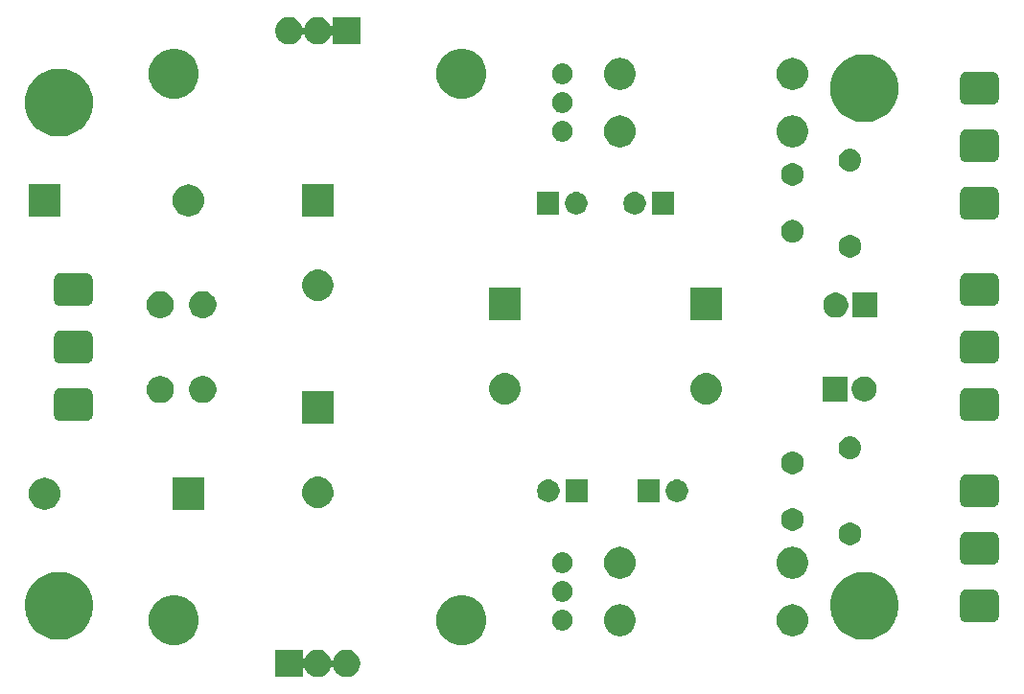
<source format=gbr>
G04 #@! TF.GenerationSoftware,KiCad,Pcbnew,(5.1.0)-1*
G04 #@! TF.CreationDate,2019-07-24T12:11:53+02:00*
G04 #@! TF.ProjectId,PSU - Filter,50535520-2d20-4466-996c-7465722e6b69,rev?*
G04 #@! TF.SameCoordinates,Original*
G04 #@! TF.FileFunction,Soldermask,Top*
G04 #@! TF.FilePolarity,Negative*
%FSLAX46Y46*%
G04 Gerber Fmt 4.6, Leading zero omitted, Abs format (unit mm)*
G04 Created by KiCad (PCBNEW (5.1.0)-1) date 2019-07-24 12:11:53*
%MOMM*%
%LPD*%
G04 APERTURE LIST*
%ADD10C,0.100000*%
G04 APERTURE END LIST*
D10*
G36*
X90100000Y-113770883D02*
G01*
X90102402Y-113795269D01*
X90109515Y-113818718D01*
X90121066Y-113840329D01*
X90136611Y-113859271D01*
X90155553Y-113874816D01*
X90177164Y-113886367D01*
X90200613Y-113893480D01*
X90224999Y-113895882D01*
X90249385Y-113893480D01*
X90272834Y-113886367D01*
X90294445Y-113874816D01*
X90313387Y-113859271D01*
X90328932Y-113840329D01*
X90340483Y-113818718D01*
X90376573Y-113731588D01*
X90507899Y-113535045D01*
X90675045Y-113367899D01*
X90871587Y-113236574D01*
X90871589Y-113236573D01*
X91089974Y-113146115D01*
X91321809Y-113100000D01*
X91558191Y-113100000D01*
X91790026Y-113146115D01*
X92008411Y-113236573D01*
X92008413Y-113236574D01*
X92204955Y-113367899D01*
X92372101Y-113535045D01*
X92503427Y-113731589D01*
X92594516Y-113951497D01*
X92606067Y-113973108D01*
X92621612Y-113992050D01*
X92640554Y-114007595D01*
X92662165Y-114019146D01*
X92685614Y-114026259D01*
X92710000Y-114028661D01*
X92734386Y-114026259D01*
X92757835Y-114019146D01*
X92779446Y-114007595D01*
X92798388Y-113992050D01*
X92813933Y-113973108D01*
X92825484Y-113951497D01*
X92916573Y-113731589D01*
X93047899Y-113535045D01*
X93215045Y-113367899D01*
X93411587Y-113236574D01*
X93411589Y-113236573D01*
X93629974Y-113146115D01*
X93861809Y-113100000D01*
X94098191Y-113100000D01*
X94330026Y-113146115D01*
X94548411Y-113236573D01*
X94548413Y-113236574D01*
X94744955Y-113367899D01*
X94912101Y-113535045D01*
X95043427Y-113731589D01*
X95133885Y-113949974D01*
X95180000Y-114181809D01*
X95180000Y-114418191D01*
X95133885Y-114650026D01*
X95079517Y-114781282D01*
X95043426Y-114868413D01*
X94912101Y-115064955D01*
X94744955Y-115232101D01*
X94548413Y-115363426D01*
X94548412Y-115363427D01*
X94548411Y-115363427D01*
X94330026Y-115453885D01*
X94098191Y-115500000D01*
X93861809Y-115500000D01*
X93629974Y-115453885D01*
X93411589Y-115363427D01*
X93411588Y-115363427D01*
X93411587Y-115363426D01*
X93215045Y-115232101D01*
X93047899Y-115064955D01*
X92916574Y-114868413D01*
X92880483Y-114781282D01*
X92825484Y-114648503D01*
X92813933Y-114626892D01*
X92798388Y-114607950D01*
X92779446Y-114592405D01*
X92757835Y-114580854D01*
X92734386Y-114573741D01*
X92710000Y-114571339D01*
X92685614Y-114573741D01*
X92662165Y-114580854D01*
X92640554Y-114592405D01*
X92621612Y-114607950D01*
X92606067Y-114626892D01*
X92594516Y-114648503D01*
X92539517Y-114781282D01*
X92503426Y-114868413D01*
X92372101Y-115064955D01*
X92204955Y-115232101D01*
X92008413Y-115363426D01*
X92008412Y-115363427D01*
X92008411Y-115363427D01*
X91790026Y-115453885D01*
X91558191Y-115500000D01*
X91321809Y-115500000D01*
X91089974Y-115453885D01*
X90871589Y-115363427D01*
X90871588Y-115363427D01*
X90871587Y-115363426D01*
X90675045Y-115232101D01*
X90507899Y-115064955D01*
X90376574Y-114868413D01*
X90376573Y-114868412D01*
X90340483Y-114781282D01*
X90328932Y-114759671D01*
X90313387Y-114740729D01*
X90294445Y-114725184D01*
X90272834Y-114713633D01*
X90249385Y-114706520D01*
X90224999Y-114704118D01*
X90200613Y-114706520D01*
X90177164Y-114713633D01*
X90155553Y-114725184D01*
X90136611Y-114740729D01*
X90121066Y-114759671D01*
X90109515Y-114781282D01*
X90102402Y-114804731D01*
X90100000Y-114829117D01*
X90100000Y-115500000D01*
X87700000Y-115500000D01*
X87700000Y-113100000D01*
X90100000Y-113100000D01*
X90100000Y-113770883D01*
X90100000Y-113770883D01*
G37*
G36*
X104781715Y-108374544D02*
G01*
X105172625Y-108536464D01*
X105182091Y-108540385D01*
X105542418Y-108781148D01*
X105848852Y-109087582D01*
X106059306Y-109402548D01*
X106089616Y-109447911D01*
X106255456Y-109848285D01*
X106340000Y-110273318D01*
X106340000Y-110706682D01*
X106255456Y-111131715D01*
X106154831Y-111374645D01*
X106089615Y-111532091D01*
X105848852Y-111892418D01*
X105542418Y-112198852D01*
X105182091Y-112439615D01*
X105182090Y-112439616D01*
X105182089Y-112439616D01*
X104781715Y-112605456D01*
X104356682Y-112690000D01*
X103923318Y-112690000D01*
X103498285Y-112605456D01*
X103097911Y-112439616D01*
X103097910Y-112439616D01*
X103097909Y-112439615D01*
X102737582Y-112198852D01*
X102431148Y-111892418D01*
X102190385Y-111532091D01*
X102125169Y-111374645D01*
X102024544Y-111131715D01*
X101940000Y-110706682D01*
X101940000Y-110273318D01*
X102024544Y-109848285D01*
X102190384Y-109447911D01*
X102220695Y-109402548D01*
X102431148Y-109087582D01*
X102737582Y-108781148D01*
X103097909Y-108540385D01*
X103107375Y-108536464D01*
X103498285Y-108374544D01*
X103923318Y-108290000D01*
X104356682Y-108290000D01*
X104781715Y-108374544D01*
X104781715Y-108374544D01*
G37*
G36*
X79381715Y-108374544D02*
G01*
X79772625Y-108536464D01*
X79782091Y-108540385D01*
X80142418Y-108781148D01*
X80448852Y-109087582D01*
X80659306Y-109402548D01*
X80689616Y-109447911D01*
X80855456Y-109848285D01*
X80940000Y-110273318D01*
X80940000Y-110706682D01*
X80855456Y-111131715D01*
X80754831Y-111374645D01*
X80689615Y-111532091D01*
X80448852Y-111892418D01*
X80142418Y-112198852D01*
X79782091Y-112439615D01*
X79782090Y-112439616D01*
X79782089Y-112439616D01*
X79381715Y-112605456D01*
X78956682Y-112690000D01*
X78523318Y-112690000D01*
X78098285Y-112605456D01*
X77697911Y-112439616D01*
X77697910Y-112439616D01*
X77697909Y-112439615D01*
X77337582Y-112198852D01*
X77031148Y-111892418D01*
X76790385Y-111532091D01*
X76725169Y-111374645D01*
X76624544Y-111131715D01*
X76540000Y-110706682D01*
X76540000Y-110273318D01*
X76624544Y-109848285D01*
X76790384Y-109447911D01*
X76820695Y-109402548D01*
X77031148Y-109087582D01*
X77337582Y-108781148D01*
X77697909Y-108540385D01*
X77707375Y-108536464D01*
X78098285Y-108374544D01*
X78523318Y-108290000D01*
X78956682Y-108290000D01*
X79381715Y-108374544D01*
X79381715Y-108374544D01*
G37*
G36*
X140370736Y-106294644D02*
G01*
X140575068Y-106335288D01*
X141121033Y-106561434D01*
X141612389Y-106889748D01*
X142030252Y-107307611D01*
X142358566Y-107798967D01*
X142584712Y-108344932D01*
X142592838Y-108385783D01*
X142700000Y-108924524D01*
X142700000Y-109515476D01*
X142638063Y-109826853D01*
X142584712Y-110095068D01*
X142478241Y-110352111D01*
X142364011Y-110627889D01*
X142358566Y-110641033D01*
X142193295Y-110888378D01*
X142030253Y-111132388D01*
X141612388Y-111550253D01*
X141448604Y-111659690D01*
X141121033Y-111878566D01*
X141121032Y-111878567D01*
X141121031Y-111878567D01*
X140961122Y-111944803D01*
X140575068Y-112104712D01*
X140381870Y-112143141D01*
X139995476Y-112220000D01*
X139404524Y-112220000D01*
X139018130Y-112143141D01*
X138824932Y-112104712D01*
X138438878Y-111944803D01*
X138278969Y-111878567D01*
X138278968Y-111878567D01*
X138278967Y-111878566D01*
X137951396Y-111659690D01*
X137787612Y-111550253D01*
X137369747Y-111132388D01*
X137206705Y-110888378D01*
X137041434Y-110641033D01*
X137035990Y-110627889D01*
X136921759Y-110352111D01*
X136815288Y-110095068D01*
X136761937Y-109826853D01*
X136700000Y-109515476D01*
X136700000Y-108924524D01*
X136807162Y-108385783D01*
X136815288Y-108344932D01*
X137041434Y-107798967D01*
X137369748Y-107307611D01*
X137787611Y-106889748D01*
X138278967Y-106561434D01*
X138824932Y-106335288D01*
X139029264Y-106294644D01*
X139404524Y-106220000D01*
X139995476Y-106220000D01*
X140370736Y-106294644D01*
X140370736Y-106294644D01*
G37*
G36*
X69250736Y-106294644D02*
G01*
X69455068Y-106335288D01*
X70001033Y-106561434D01*
X70492389Y-106889748D01*
X70910252Y-107307611D01*
X71238566Y-107798967D01*
X71464712Y-108344932D01*
X71472838Y-108385783D01*
X71580000Y-108924524D01*
X71580000Y-109515476D01*
X71518063Y-109826853D01*
X71464712Y-110095068D01*
X71358241Y-110352111D01*
X71244011Y-110627889D01*
X71238566Y-110641033D01*
X71073295Y-110888378D01*
X70910253Y-111132388D01*
X70492388Y-111550253D01*
X70328604Y-111659690D01*
X70001033Y-111878566D01*
X70001032Y-111878567D01*
X70001031Y-111878567D01*
X69841122Y-111944803D01*
X69455068Y-112104712D01*
X69261870Y-112143141D01*
X68875476Y-112220000D01*
X68284524Y-112220000D01*
X67898130Y-112143141D01*
X67704932Y-112104712D01*
X67318878Y-111944803D01*
X67158969Y-111878567D01*
X67158968Y-111878567D01*
X67158967Y-111878566D01*
X66831396Y-111659690D01*
X66667612Y-111550253D01*
X66249747Y-111132388D01*
X66086705Y-110888378D01*
X65921434Y-110641033D01*
X65915990Y-110627889D01*
X65801759Y-110352111D01*
X65695288Y-110095068D01*
X65641937Y-109826853D01*
X65580000Y-109515476D01*
X65580000Y-108924524D01*
X65687162Y-108385783D01*
X65695288Y-108344932D01*
X65921434Y-107798967D01*
X66249748Y-107307611D01*
X66667611Y-106889748D01*
X67158967Y-106561434D01*
X67704932Y-106335288D01*
X67909264Y-106294644D01*
X68284524Y-106220000D01*
X68875476Y-106220000D01*
X69250736Y-106294644D01*
X69250736Y-106294644D01*
G37*
G36*
X133624448Y-109110257D02*
G01*
X133888349Y-109190310D01*
X134131562Y-109320310D01*
X134344739Y-109495261D01*
X134519690Y-109708438D01*
X134649690Y-109951651D01*
X134729743Y-110215552D01*
X134756774Y-110490000D01*
X134729743Y-110764448D01*
X134649690Y-111028349D01*
X134519690Y-111271562D01*
X134344739Y-111484739D01*
X134131562Y-111659690D01*
X133888349Y-111789690D01*
X133624448Y-111869743D01*
X133418777Y-111890000D01*
X133281223Y-111890000D01*
X133075552Y-111869743D01*
X132811651Y-111789690D01*
X132568438Y-111659690D01*
X132355261Y-111484739D01*
X132180310Y-111271562D01*
X132050310Y-111028349D01*
X131970257Y-110764448D01*
X131943226Y-110490000D01*
X131970257Y-110215552D01*
X132050310Y-109951651D01*
X132180310Y-109708438D01*
X132355261Y-109495261D01*
X132568438Y-109320310D01*
X132811651Y-109190310D01*
X133075552Y-109110257D01*
X133281223Y-109090000D01*
X133418777Y-109090000D01*
X133624448Y-109110257D01*
X133624448Y-109110257D01*
G37*
G36*
X118349727Y-109110257D02*
G01*
X118518365Y-109143801D01*
X118773149Y-109249336D01*
X119002448Y-109402549D01*
X119197451Y-109597552D01*
X119350664Y-109826851D01*
X119444843Y-110054218D01*
X119456199Y-110081636D01*
X119510000Y-110352111D01*
X119510000Y-110627889D01*
X119497645Y-110690000D01*
X119456199Y-110898365D01*
X119444842Y-110925783D01*
X119359264Y-111132388D01*
X119350664Y-111153149D01*
X119197451Y-111382448D01*
X119002448Y-111577451D01*
X118773149Y-111730664D01*
X118518365Y-111836199D01*
X118383126Y-111863100D01*
X118247889Y-111890000D01*
X117972111Y-111890000D01*
X117836874Y-111863100D01*
X117701635Y-111836199D01*
X117446851Y-111730664D01*
X117217552Y-111577451D01*
X117022549Y-111382448D01*
X116869336Y-111153149D01*
X116860737Y-111132388D01*
X116775158Y-110925783D01*
X116763801Y-110898365D01*
X116722355Y-110690000D01*
X116710000Y-110627889D01*
X116710000Y-110352111D01*
X116763801Y-110081636D01*
X116775158Y-110054218D01*
X116869336Y-109826851D01*
X117022549Y-109597552D01*
X117217552Y-109402549D01*
X117446851Y-109249336D01*
X117701635Y-109143801D01*
X117870273Y-109110257D01*
X117972111Y-109090000D01*
X118247889Y-109090000D01*
X118349727Y-109110257D01*
X118349727Y-109110257D01*
G37*
G36*
X113298353Y-109605355D02*
G01*
X113465782Y-109674706D01*
X113465783Y-109674707D01*
X113616466Y-109775390D01*
X113744610Y-109903534D01*
X113744611Y-109903536D01*
X113845294Y-110054218D01*
X113914645Y-110221647D01*
X113950000Y-110399387D01*
X113950000Y-110580613D01*
X113914645Y-110758353D01*
X113845294Y-110925782D01*
X113845293Y-110925783D01*
X113744610Y-111076466D01*
X113616466Y-111204610D01*
X113540612Y-111255294D01*
X113465782Y-111305294D01*
X113298353Y-111374645D01*
X113120613Y-111410000D01*
X112939387Y-111410000D01*
X112761647Y-111374645D01*
X112594218Y-111305294D01*
X112519388Y-111255294D01*
X112443534Y-111204610D01*
X112315390Y-111076466D01*
X112214707Y-110925783D01*
X112214706Y-110925782D01*
X112145355Y-110758353D01*
X112110000Y-110580613D01*
X112110000Y-110399387D01*
X112145355Y-110221647D01*
X112214706Y-110054218D01*
X112315389Y-109903536D01*
X112315390Y-109903534D01*
X112443534Y-109775390D01*
X112594217Y-109674707D01*
X112594218Y-109674706D01*
X112761647Y-109605355D01*
X112939387Y-109570000D01*
X113120613Y-109570000D01*
X113298353Y-109605355D01*
X113298353Y-109605355D01*
G37*
G36*
X151058578Y-107763515D02*
G01*
X151184626Y-107801751D01*
X151300781Y-107863837D01*
X151402601Y-107947399D01*
X151486163Y-108049219D01*
X151548249Y-108165374D01*
X151586485Y-108291422D01*
X151600000Y-108428640D01*
X151600000Y-110011360D01*
X151586485Y-110148578D01*
X151548249Y-110274626D01*
X151486163Y-110390781D01*
X151402601Y-110492601D01*
X151300781Y-110576163D01*
X151184626Y-110638249D01*
X151058578Y-110676485D01*
X150921360Y-110690000D01*
X148798640Y-110690000D01*
X148661422Y-110676485D01*
X148535374Y-110638249D01*
X148419219Y-110576163D01*
X148317399Y-110492601D01*
X148233837Y-110390781D01*
X148171751Y-110274626D01*
X148133515Y-110148578D01*
X148120000Y-110011360D01*
X148120000Y-108428640D01*
X148133515Y-108291422D01*
X148171751Y-108165374D01*
X148233837Y-108049219D01*
X148317399Y-107947399D01*
X148419219Y-107863837D01*
X148535374Y-107801751D01*
X148661422Y-107763515D01*
X148798640Y-107750000D01*
X150921360Y-107750000D01*
X151058578Y-107763515D01*
X151058578Y-107763515D01*
G37*
G36*
X113298353Y-107065355D02*
G01*
X113465782Y-107134706D01*
X113465783Y-107134707D01*
X113616466Y-107235390D01*
X113744610Y-107363534D01*
X113744611Y-107363536D01*
X113845294Y-107514218D01*
X113914645Y-107681647D01*
X113950000Y-107859387D01*
X113950000Y-108040613D01*
X113914645Y-108218353D01*
X113845294Y-108385782D01*
X113845293Y-108385783D01*
X113744610Y-108536466D01*
X113616466Y-108664610D01*
X113540612Y-108715294D01*
X113465782Y-108765294D01*
X113298353Y-108834645D01*
X113120613Y-108870000D01*
X112939387Y-108870000D01*
X112761647Y-108834645D01*
X112594218Y-108765294D01*
X112519388Y-108715294D01*
X112443534Y-108664610D01*
X112315390Y-108536466D01*
X112214707Y-108385783D01*
X112214706Y-108385782D01*
X112145355Y-108218353D01*
X112110000Y-108040613D01*
X112110000Y-107859387D01*
X112145355Y-107681647D01*
X112214706Y-107514218D01*
X112315389Y-107363536D01*
X112315390Y-107363534D01*
X112443534Y-107235390D01*
X112594217Y-107134707D01*
X112594218Y-107134706D01*
X112761647Y-107065355D01*
X112939387Y-107030000D01*
X113120613Y-107030000D01*
X113298353Y-107065355D01*
X113298353Y-107065355D01*
G37*
G36*
X118384448Y-104030257D02*
G01*
X118648349Y-104110310D01*
X118891562Y-104240310D01*
X119104739Y-104415261D01*
X119279690Y-104628438D01*
X119409690Y-104871651D01*
X119489743Y-105135552D01*
X119516774Y-105410000D01*
X119489743Y-105684448D01*
X119409690Y-105948349D01*
X119279690Y-106191562D01*
X119104739Y-106404739D01*
X118891562Y-106579690D01*
X118648349Y-106709690D01*
X118384448Y-106789743D01*
X118178777Y-106810000D01*
X118041223Y-106810000D01*
X117835552Y-106789743D01*
X117571651Y-106709690D01*
X117328438Y-106579690D01*
X117115261Y-106404739D01*
X116940310Y-106191562D01*
X116810310Y-105948349D01*
X116730257Y-105684448D01*
X116703226Y-105410000D01*
X116730257Y-105135552D01*
X116810310Y-104871651D01*
X116940310Y-104628438D01*
X117115261Y-104415261D01*
X117328438Y-104240310D01*
X117571651Y-104110310D01*
X117835552Y-104030257D01*
X118041223Y-104010000D01*
X118178777Y-104010000D01*
X118384448Y-104030257D01*
X118384448Y-104030257D01*
G37*
G36*
X133589727Y-104030257D02*
G01*
X133758365Y-104063801D01*
X134013149Y-104169336D01*
X134242448Y-104322549D01*
X134437451Y-104517552D01*
X134590664Y-104746851D01*
X134684843Y-104974218D01*
X134696199Y-105001636D01*
X134750000Y-105272111D01*
X134750000Y-105547889D01*
X134737645Y-105610000D01*
X134696199Y-105818365D01*
X134590664Y-106073149D01*
X134437451Y-106302448D01*
X134242448Y-106497451D01*
X134013149Y-106650664D01*
X133758365Y-106756199D01*
X133623127Y-106783099D01*
X133487889Y-106810000D01*
X133212111Y-106810000D01*
X133076873Y-106783099D01*
X132941635Y-106756199D01*
X132686851Y-106650664D01*
X132457552Y-106497451D01*
X132262549Y-106302448D01*
X132109336Y-106073149D01*
X132003801Y-105818365D01*
X131962355Y-105610000D01*
X131950000Y-105547889D01*
X131950000Y-105272111D01*
X132003801Y-105001636D01*
X132015158Y-104974218D01*
X132109336Y-104746851D01*
X132262549Y-104517552D01*
X132457552Y-104322549D01*
X132686851Y-104169336D01*
X132941635Y-104063801D01*
X133110273Y-104030257D01*
X133212111Y-104010000D01*
X133487889Y-104010000D01*
X133589727Y-104030257D01*
X133589727Y-104030257D01*
G37*
G36*
X113298353Y-104525355D02*
G01*
X113465782Y-104594706D01*
X113465783Y-104594707D01*
X113616466Y-104695390D01*
X113744610Y-104823534D01*
X113744611Y-104823536D01*
X113845294Y-104974218D01*
X113914645Y-105141647D01*
X113950000Y-105319387D01*
X113950000Y-105500613D01*
X113914645Y-105678353D01*
X113845294Y-105845782D01*
X113845293Y-105845783D01*
X113744610Y-105996466D01*
X113616466Y-106124610D01*
X113540612Y-106175294D01*
X113465782Y-106225294D01*
X113298353Y-106294645D01*
X113120613Y-106330000D01*
X112939387Y-106330000D01*
X112761647Y-106294645D01*
X112594218Y-106225294D01*
X112519388Y-106175294D01*
X112443534Y-106124610D01*
X112315390Y-105996466D01*
X112214707Y-105845783D01*
X112214706Y-105845782D01*
X112145355Y-105678353D01*
X112110000Y-105500613D01*
X112110000Y-105319387D01*
X112145355Y-105141647D01*
X112214706Y-104974218D01*
X112315389Y-104823536D01*
X112315390Y-104823534D01*
X112443534Y-104695390D01*
X112594217Y-104594707D01*
X112594218Y-104594706D01*
X112761647Y-104525355D01*
X112939387Y-104490000D01*
X113120613Y-104490000D01*
X113298353Y-104525355D01*
X113298353Y-104525355D01*
G37*
G36*
X151058578Y-102683515D02*
G01*
X151184626Y-102721751D01*
X151300781Y-102783837D01*
X151402601Y-102867399D01*
X151486163Y-102969219D01*
X151548249Y-103085374D01*
X151586485Y-103211422D01*
X151600000Y-103348640D01*
X151600000Y-104931360D01*
X151586485Y-105068578D01*
X151548249Y-105194626D01*
X151486163Y-105310781D01*
X151402601Y-105412601D01*
X151300781Y-105496163D01*
X151184626Y-105558249D01*
X151058578Y-105596485D01*
X150921360Y-105610000D01*
X148798640Y-105610000D01*
X148661422Y-105596485D01*
X148535374Y-105558249D01*
X148419219Y-105496163D01*
X148317399Y-105412601D01*
X148233837Y-105310781D01*
X148171751Y-105194626D01*
X148133515Y-105068578D01*
X148120000Y-104931360D01*
X148120000Y-103348640D01*
X148133515Y-103211422D01*
X148171751Y-103085374D01*
X148233837Y-102969219D01*
X148317399Y-102867399D01*
X148419219Y-102783837D01*
X148535374Y-102721751D01*
X148661422Y-102683515D01*
X148798640Y-102670000D01*
X150921360Y-102670000D01*
X151058578Y-102683515D01*
X151058578Y-102683515D01*
G37*
G36*
X138657290Y-101895619D02*
G01*
X138721689Y-101908429D01*
X138903678Y-101983811D01*
X139067463Y-102093249D01*
X139206751Y-102232537D01*
X139316189Y-102396322D01*
X139384637Y-102561571D01*
X139391571Y-102578312D01*
X139430000Y-102771507D01*
X139430000Y-102968493D01*
X139424398Y-102996656D01*
X139391571Y-103161689D01*
X139316189Y-103343678D01*
X139206751Y-103507463D01*
X139067463Y-103646751D01*
X138903678Y-103756189D01*
X138721689Y-103831571D01*
X138657290Y-103844381D01*
X138528493Y-103870000D01*
X138331507Y-103870000D01*
X138202710Y-103844381D01*
X138138311Y-103831571D01*
X137956322Y-103756189D01*
X137792537Y-103646751D01*
X137653249Y-103507463D01*
X137543811Y-103343678D01*
X137468429Y-103161689D01*
X137435602Y-102996656D01*
X137430000Y-102968493D01*
X137430000Y-102771507D01*
X137468429Y-102578312D01*
X137475363Y-102561571D01*
X137543811Y-102396322D01*
X137653249Y-102232537D01*
X137792537Y-102093249D01*
X137956322Y-101983811D01*
X138138311Y-101908429D01*
X138202710Y-101895619D01*
X138331507Y-101870000D01*
X138528493Y-101870000D01*
X138657290Y-101895619D01*
X138657290Y-101895619D01*
G37*
G36*
X133577290Y-100625619D02*
G01*
X133641689Y-100638429D01*
X133823678Y-100713811D01*
X133987463Y-100823249D01*
X134126751Y-100962537D01*
X134236189Y-101126322D01*
X134311571Y-101308311D01*
X134350000Y-101501509D01*
X134350000Y-101698491D01*
X134311571Y-101891689D01*
X134236189Y-102073678D01*
X134126751Y-102237463D01*
X133987463Y-102376751D01*
X133823678Y-102486189D01*
X133641689Y-102561571D01*
X133577290Y-102574381D01*
X133448493Y-102600000D01*
X133251507Y-102600000D01*
X133122710Y-102574381D01*
X133058311Y-102561571D01*
X132876322Y-102486189D01*
X132712537Y-102376751D01*
X132573249Y-102237463D01*
X132463811Y-102073678D01*
X132388429Y-101891689D01*
X132350000Y-101698491D01*
X132350000Y-101501509D01*
X132388429Y-101308311D01*
X132463811Y-101126322D01*
X132573249Y-100962537D01*
X132712537Y-100823249D01*
X132876322Y-100713811D01*
X133058311Y-100638429D01*
X133122710Y-100625619D01*
X133251507Y-100600000D01*
X133448493Y-100600000D01*
X133577290Y-100625619D01*
X133577290Y-100625619D01*
G37*
G36*
X81410000Y-100714000D02*
G01*
X78610000Y-100714000D01*
X78610000Y-97914000D01*
X81410000Y-97914000D01*
X81410000Y-100714000D01*
X81410000Y-100714000D01*
G37*
G36*
X67584448Y-97934257D02*
G01*
X67848349Y-98014310D01*
X68091562Y-98144310D01*
X68304739Y-98319261D01*
X68479690Y-98532438D01*
X68609690Y-98775651D01*
X68689743Y-99039552D01*
X68716774Y-99314000D01*
X68689743Y-99588448D01*
X68609690Y-99852349D01*
X68479690Y-100095562D01*
X68304739Y-100308739D01*
X68091562Y-100483690D01*
X67848349Y-100613690D01*
X67584448Y-100693743D01*
X67378777Y-100714000D01*
X67241223Y-100714000D01*
X67035552Y-100693743D01*
X66771651Y-100613690D01*
X66528438Y-100483690D01*
X66315261Y-100308739D01*
X66140310Y-100095562D01*
X66010310Y-99852349D01*
X65930257Y-99588448D01*
X65903226Y-99314000D01*
X65930257Y-99039552D01*
X66010310Y-98775651D01*
X66140310Y-98532438D01*
X66315261Y-98319261D01*
X66528438Y-98144310D01*
X66771651Y-98014310D01*
X67035552Y-97934257D01*
X67241223Y-97914000D01*
X67378777Y-97914000D01*
X67584448Y-97934257D01*
X67584448Y-97934257D01*
G37*
G36*
X91634582Y-97805277D02*
G01*
X91848365Y-97847801D01*
X92103149Y-97953336D01*
X92332448Y-98106549D01*
X92527451Y-98301552D01*
X92608292Y-98422539D01*
X92680665Y-98530853D01*
X92681322Y-98532439D01*
X92782063Y-98775649D01*
X92786199Y-98785636D01*
X92840000Y-99056111D01*
X92840000Y-99331889D01*
X92813099Y-99467127D01*
X92788968Y-99588446D01*
X92786199Y-99602364D01*
X92682652Y-99852351D01*
X92680664Y-99857149D01*
X92527451Y-100086448D01*
X92332448Y-100281451D01*
X92103149Y-100434664D01*
X91848365Y-100540199D01*
X91713126Y-100567100D01*
X91577889Y-100594000D01*
X91302111Y-100594000D01*
X91166874Y-100567100D01*
X91031635Y-100540199D01*
X90776851Y-100434664D01*
X90547552Y-100281451D01*
X90352549Y-100086448D01*
X90199336Y-99857149D01*
X90197349Y-99852351D01*
X90093801Y-99602364D01*
X90091033Y-99588446D01*
X90066901Y-99467127D01*
X90040000Y-99331889D01*
X90040000Y-99056111D01*
X90093801Y-98785636D01*
X90097938Y-98775649D01*
X90198678Y-98532439D01*
X90199335Y-98530853D01*
X90271708Y-98422539D01*
X90352549Y-98301552D01*
X90547552Y-98106549D01*
X90776851Y-97953336D01*
X91031635Y-97847801D01*
X91245418Y-97805277D01*
X91302111Y-97794000D01*
X91577889Y-97794000D01*
X91634582Y-97805277D01*
X91634582Y-97805277D01*
G37*
G36*
X151058578Y-97603515D02*
G01*
X151184626Y-97641751D01*
X151300781Y-97703837D01*
X151402601Y-97787399D01*
X151486163Y-97889219D01*
X151548249Y-98005374D01*
X151586485Y-98131422D01*
X151600000Y-98268640D01*
X151600000Y-99851360D01*
X151586485Y-99988578D01*
X151548249Y-100114626D01*
X151486163Y-100230781D01*
X151402601Y-100332601D01*
X151300781Y-100416163D01*
X151184626Y-100478249D01*
X151058578Y-100516485D01*
X150921360Y-100530000D01*
X148798640Y-100530000D01*
X148661422Y-100516485D01*
X148535374Y-100478249D01*
X148419219Y-100416163D01*
X148317399Y-100332601D01*
X148233837Y-100230781D01*
X148171751Y-100114626D01*
X148133515Y-99988578D01*
X148120000Y-99851360D01*
X148120000Y-98268640D01*
X148133515Y-98131422D01*
X148171751Y-98005374D01*
X148233837Y-97889219D01*
X148317399Y-97787399D01*
X148419219Y-97703837D01*
X148535374Y-97641751D01*
X148661422Y-97603515D01*
X148798640Y-97590000D01*
X150921360Y-97590000D01*
X151058578Y-97603515D01*
X151058578Y-97603515D01*
G37*
G36*
X121650000Y-100060000D02*
G01*
X119650000Y-100060000D01*
X119650000Y-98060000D01*
X121650000Y-98060000D01*
X121650000Y-100060000D01*
X121650000Y-100060000D01*
G37*
G36*
X115300000Y-100060000D02*
G01*
X113300000Y-100060000D01*
X113300000Y-98060000D01*
X115300000Y-98060000D01*
X115300000Y-100060000D01*
X115300000Y-100060000D01*
G37*
G36*
X112027290Y-98085619D02*
G01*
X112091689Y-98098429D01*
X112273678Y-98173811D01*
X112437463Y-98283249D01*
X112576751Y-98422537D01*
X112686189Y-98586322D01*
X112761571Y-98768311D01*
X112800000Y-98961509D01*
X112800000Y-99158491D01*
X112761571Y-99351689D01*
X112686189Y-99533678D01*
X112576751Y-99697463D01*
X112437463Y-99836751D01*
X112273678Y-99946189D01*
X112091689Y-100021571D01*
X112027290Y-100034381D01*
X111898493Y-100060000D01*
X111701507Y-100060000D01*
X111572710Y-100034381D01*
X111508311Y-100021571D01*
X111326322Y-99946189D01*
X111162537Y-99836751D01*
X111023249Y-99697463D01*
X110913811Y-99533678D01*
X110838429Y-99351689D01*
X110800000Y-99158491D01*
X110800000Y-98961509D01*
X110838429Y-98768311D01*
X110913811Y-98586322D01*
X111023249Y-98422537D01*
X111162537Y-98283249D01*
X111326322Y-98173811D01*
X111508311Y-98098429D01*
X111572710Y-98085619D01*
X111701507Y-98060000D01*
X111898493Y-98060000D01*
X112027290Y-98085619D01*
X112027290Y-98085619D01*
G37*
G36*
X123377290Y-98085619D02*
G01*
X123441689Y-98098429D01*
X123623678Y-98173811D01*
X123787463Y-98283249D01*
X123926751Y-98422537D01*
X124036189Y-98586322D01*
X124111571Y-98768311D01*
X124150000Y-98961509D01*
X124150000Y-99158491D01*
X124111571Y-99351689D01*
X124036189Y-99533678D01*
X123926751Y-99697463D01*
X123787463Y-99836751D01*
X123623678Y-99946189D01*
X123441689Y-100021571D01*
X123377290Y-100034381D01*
X123248493Y-100060000D01*
X123051507Y-100060000D01*
X122922710Y-100034381D01*
X122858311Y-100021571D01*
X122676322Y-99946189D01*
X122512537Y-99836751D01*
X122373249Y-99697463D01*
X122263811Y-99533678D01*
X122188429Y-99351689D01*
X122150000Y-99158491D01*
X122150000Y-98961509D01*
X122188429Y-98768311D01*
X122263811Y-98586322D01*
X122373249Y-98422537D01*
X122512537Y-98283249D01*
X122676322Y-98173811D01*
X122858311Y-98098429D01*
X122922710Y-98085619D01*
X123051507Y-98060000D01*
X123248493Y-98060000D01*
X123377290Y-98085619D01*
X123377290Y-98085619D01*
G37*
G36*
X133577290Y-95625619D02*
G01*
X133641689Y-95638429D01*
X133823678Y-95713811D01*
X133987463Y-95823249D01*
X134126751Y-95962537D01*
X134236189Y-96126322D01*
X134311571Y-96308311D01*
X134350000Y-96501509D01*
X134350000Y-96698491D01*
X134311571Y-96891689D01*
X134236189Y-97073678D01*
X134126751Y-97237463D01*
X133987463Y-97376751D01*
X133823678Y-97486189D01*
X133641689Y-97561571D01*
X133577290Y-97574381D01*
X133448493Y-97600000D01*
X133251507Y-97600000D01*
X133122710Y-97574381D01*
X133058311Y-97561571D01*
X132876322Y-97486189D01*
X132712537Y-97376751D01*
X132573249Y-97237463D01*
X132463811Y-97073678D01*
X132388429Y-96891689D01*
X132350000Y-96698491D01*
X132350000Y-96501509D01*
X132388429Y-96308311D01*
X132463811Y-96126322D01*
X132573249Y-95962537D01*
X132712537Y-95823249D01*
X132876322Y-95713811D01*
X133058311Y-95638429D01*
X133122710Y-95625619D01*
X133251507Y-95600000D01*
X133448493Y-95600000D01*
X133577290Y-95625619D01*
X133577290Y-95625619D01*
G37*
G36*
X138626032Y-94264469D02*
G01*
X138720284Y-94293060D01*
X138814535Y-94321651D01*
X138814537Y-94321652D01*
X138988258Y-94414507D01*
X139140528Y-94539472D01*
X139265493Y-94691742D01*
X139358348Y-94865463D01*
X139415531Y-95053968D01*
X139434838Y-95250000D01*
X139415531Y-95446032D01*
X139358348Y-95634537D01*
X139265493Y-95808258D01*
X139140528Y-95960528D01*
X138988258Y-96085493D01*
X138814537Y-96178348D01*
X138814535Y-96178349D01*
X138720285Y-96206939D01*
X138626032Y-96235531D01*
X138479124Y-96250000D01*
X138380876Y-96250000D01*
X138233968Y-96235531D01*
X138139715Y-96206939D01*
X138045465Y-96178349D01*
X138045463Y-96178348D01*
X137871742Y-96085493D01*
X137719472Y-95960528D01*
X137594507Y-95808258D01*
X137501652Y-95634537D01*
X137444469Y-95446032D01*
X137425162Y-95250000D01*
X137444469Y-95053968D01*
X137501652Y-94865463D01*
X137594507Y-94691742D01*
X137719472Y-94539472D01*
X137871742Y-94414507D01*
X138045463Y-94321652D01*
X138045465Y-94321651D01*
X138139716Y-94293060D01*
X138233968Y-94264469D01*
X138380876Y-94250000D01*
X138479124Y-94250000D01*
X138626032Y-94264469D01*
X138626032Y-94264469D01*
G37*
G36*
X92840000Y-93094000D02*
G01*
X90040000Y-93094000D01*
X90040000Y-90294000D01*
X92840000Y-90294000D01*
X92840000Y-93094000D01*
X92840000Y-93094000D01*
G37*
G36*
X71048578Y-89983515D02*
G01*
X71174626Y-90021751D01*
X71290781Y-90083837D01*
X71392601Y-90167399D01*
X71476163Y-90269219D01*
X71538249Y-90385374D01*
X71576485Y-90511422D01*
X71590000Y-90648640D01*
X71590000Y-92231360D01*
X71576485Y-92368578D01*
X71538249Y-92494626D01*
X71476163Y-92610781D01*
X71392601Y-92712601D01*
X71290781Y-92796163D01*
X71174626Y-92858249D01*
X71048578Y-92896485D01*
X70911360Y-92910000D01*
X68788640Y-92910000D01*
X68651422Y-92896485D01*
X68525374Y-92858249D01*
X68409219Y-92796163D01*
X68307399Y-92712601D01*
X68223837Y-92610781D01*
X68161751Y-92494626D01*
X68123515Y-92368578D01*
X68110000Y-92231360D01*
X68110000Y-90648640D01*
X68123515Y-90511422D01*
X68161751Y-90385374D01*
X68223837Y-90269219D01*
X68307399Y-90167399D01*
X68409219Y-90083837D01*
X68525374Y-90021751D01*
X68651422Y-89983515D01*
X68788640Y-89970000D01*
X70911360Y-89970000D01*
X71048578Y-89983515D01*
X71048578Y-89983515D01*
G37*
G36*
X151058578Y-89983515D02*
G01*
X151184626Y-90021751D01*
X151300781Y-90083837D01*
X151402601Y-90167399D01*
X151486163Y-90269219D01*
X151548249Y-90385374D01*
X151586485Y-90511422D01*
X151600000Y-90648640D01*
X151600000Y-92231360D01*
X151586485Y-92368578D01*
X151548249Y-92494626D01*
X151486163Y-92610781D01*
X151402601Y-92712601D01*
X151300781Y-92796163D01*
X151184626Y-92858249D01*
X151058578Y-92896485D01*
X150921360Y-92910000D01*
X148798640Y-92910000D01*
X148661422Y-92896485D01*
X148535374Y-92858249D01*
X148419219Y-92796163D01*
X148317399Y-92712601D01*
X148233837Y-92610781D01*
X148171751Y-92494626D01*
X148133515Y-92368578D01*
X148120000Y-92231360D01*
X148120000Y-90648640D01*
X148133515Y-90511422D01*
X148171751Y-90385374D01*
X148233837Y-90269219D01*
X148317399Y-90167399D01*
X148419219Y-90083837D01*
X148535374Y-90021751D01*
X148661422Y-89983515D01*
X148798640Y-89970000D01*
X150921360Y-89970000D01*
X151058578Y-89983515D01*
X151058578Y-89983515D01*
G37*
G36*
X126003127Y-88676901D02*
G01*
X126138365Y-88703801D01*
X126393149Y-88809336D01*
X126622448Y-88962549D01*
X126817451Y-89157552D01*
X126970664Y-89386851D01*
X127034759Y-89541589D01*
X127076199Y-89641636D01*
X127130000Y-89912111D01*
X127130000Y-90187889D01*
X127121983Y-90228191D01*
X127076199Y-90458365D01*
X127054222Y-90511422D01*
X126974040Y-90705000D01*
X126970664Y-90713149D01*
X126817451Y-90942448D01*
X126622448Y-91137451D01*
X126393149Y-91290664D01*
X126138365Y-91396199D01*
X126003126Y-91423100D01*
X125867889Y-91450000D01*
X125592111Y-91450000D01*
X125456873Y-91423099D01*
X125321635Y-91396199D01*
X125066851Y-91290664D01*
X124837552Y-91137451D01*
X124642549Y-90942448D01*
X124489336Y-90713149D01*
X124485961Y-90705000D01*
X124405778Y-90511422D01*
X124383801Y-90458365D01*
X124338017Y-90228191D01*
X124330000Y-90187889D01*
X124330000Y-89912111D01*
X124383801Y-89641636D01*
X124425242Y-89541589D01*
X124489336Y-89386851D01*
X124642549Y-89157552D01*
X124837552Y-88962549D01*
X125066851Y-88809336D01*
X125321635Y-88703801D01*
X125456873Y-88676901D01*
X125592111Y-88650000D01*
X125867889Y-88650000D01*
X126003127Y-88676901D01*
X126003127Y-88676901D01*
G37*
G36*
X108223127Y-88676901D02*
G01*
X108358365Y-88703801D01*
X108613149Y-88809336D01*
X108842448Y-88962549D01*
X109037451Y-89157552D01*
X109190664Y-89386851D01*
X109254759Y-89541589D01*
X109296199Y-89641636D01*
X109350000Y-89912111D01*
X109350000Y-90187889D01*
X109341983Y-90228191D01*
X109296199Y-90458365D01*
X109274222Y-90511422D01*
X109194040Y-90705000D01*
X109190664Y-90713149D01*
X109037451Y-90942448D01*
X108842448Y-91137451D01*
X108613149Y-91290664D01*
X108358365Y-91396199D01*
X108223126Y-91423100D01*
X108087889Y-91450000D01*
X107812111Y-91450000D01*
X107676873Y-91423099D01*
X107541635Y-91396199D01*
X107286851Y-91290664D01*
X107057552Y-91137451D01*
X106862549Y-90942448D01*
X106709336Y-90713149D01*
X106705961Y-90705000D01*
X106625778Y-90511422D01*
X106603801Y-90458365D01*
X106558017Y-90228191D01*
X106550000Y-90187889D01*
X106550000Y-89912111D01*
X106603801Y-89641636D01*
X106645242Y-89541589D01*
X106709336Y-89386851D01*
X106862549Y-89157552D01*
X107057552Y-88962549D01*
X107286851Y-88809336D01*
X107541635Y-88703801D01*
X107676873Y-88676901D01*
X107812111Y-88650000D01*
X108087889Y-88650000D01*
X108223127Y-88676901D01*
X108223127Y-88676901D01*
G37*
G36*
X77870826Y-88956115D02*
G01*
X78089211Y-89046573D01*
X78089213Y-89046574D01*
X78285755Y-89177899D01*
X78452901Y-89345045D01*
X78580240Y-89535621D01*
X78584227Y-89541589D01*
X78674685Y-89759974D01*
X78720800Y-89991809D01*
X78720800Y-90228191D01*
X78674685Y-90460026D01*
X78584227Y-90678411D01*
X78584226Y-90678413D01*
X78452901Y-90874955D01*
X78285755Y-91042101D01*
X78089213Y-91173426D01*
X78089212Y-91173427D01*
X78089211Y-91173427D01*
X77870826Y-91263885D01*
X77638991Y-91310000D01*
X77402609Y-91310000D01*
X77170774Y-91263885D01*
X76952389Y-91173427D01*
X76952388Y-91173427D01*
X76952387Y-91173426D01*
X76755845Y-91042101D01*
X76588699Y-90874955D01*
X76457374Y-90678413D01*
X76457373Y-90678411D01*
X76366915Y-90460026D01*
X76320800Y-90228191D01*
X76320800Y-89991809D01*
X76366915Y-89759974D01*
X76457373Y-89541589D01*
X76461361Y-89535621D01*
X76588699Y-89345045D01*
X76755845Y-89177899D01*
X76952387Y-89046574D01*
X76952389Y-89046573D01*
X77170774Y-88956115D01*
X77402609Y-88910000D01*
X77638991Y-88910000D01*
X77870826Y-88956115D01*
X77870826Y-88956115D01*
G37*
G36*
X81630026Y-88956115D02*
G01*
X81848411Y-89046573D01*
X81848413Y-89046574D01*
X82044955Y-89177899D01*
X82212101Y-89345045D01*
X82339440Y-89535621D01*
X82343427Y-89541589D01*
X82433885Y-89759974D01*
X82480000Y-89991809D01*
X82480000Y-90228191D01*
X82433885Y-90460026D01*
X82343427Y-90678411D01*
X82343426Y-90678413D01*
X82212101Y-90874955D01*
X82044955Y-91042101D01*
X81848413Y-91173426D01*
X81848412Y-91173427D01*
X81848411Y-91173427D01*
X81630026Y-91263885D01*
X81398191Y-91310000D01*
X81161809Y-91310000D01*
X80929974Y-91263885D01*
X80711589Y-91173427D01*
X80711588Y-91173427D01*
X80711587Y-91173426D01*
X80515045Y-91042101D01*
X80347899Y-90874955D01*
X80216574Y-90678413D01*
X80216573Y-90678411D01*
X80126115Y-90460026D01*
X80080000Y-90228191D01*
X80080000Y-89991809D01*
X80126115Y-89759974D01*
X80216573Y-89541589D01*
X80220561Y-89535621D01*
X80347899Y-89345045D01*
X80515045Y-89177899D01*
X80711587Y-89046574D01*
X80711589Y-89046573D01*
X80929974Y-88956115D01*
X81161809Y-88910000D01*
X81398191Y-88910000D01*
X81630026Y-88956115D01*
X81630026Y-88956115D01*
G37*
G36*
X140015857Y-88998938D02*
G01*
X140216043Y-89081858D01*
X140216045Y-89081859D01*
X140306738Y-89142458D01*
X140396208Y-89202240D01*
X140549426Y-89355458D01*
X140669808Y-89535623D01*
X140752728Y-89735809D01*
X140795000Y-89948324D01*
X140795000Y-90165008D01*
X140752728Y-90377523D01*
X140669808Y-90577709D01*
X140579312Y-90713147D01*
X140549425Y-90757875D01*
X140396209Y-90911091D01*
X140216045Y-91031473D01*
X140216044Y-91031474D01*
X140216043Y-91031474D01*
X140015857Y-91114394D01*
X139803342Y-91156666D01*
X139586658Y-91156666D01*
X139374143Y-91114394D01*
X139173957Y-91031474D01*
X139173956Y-91031474D01*
X139173955Y-91031473D01*
X138993791Y-90911091D01*
X138840575Y-90757875D01*
X138810689Y-90713147D01*
X138720192Y-90577709D01*
X138637272Y-90377523D01*
X138595000Y-90165008D01*
X138595000Y-89948324D01*
X138637272Y-89735809D01*
X138720192Y-89535623D01*
X138840574Y-89355458D01*
X138993792Y-89202240D01*
X139083262Y-89142458D01*
X139173955Y-89081859D01*
X139173957Y-89081858D01*
X139374143Y-88998938D01*
X139586658Y-88956666D01*
X139803342Y-88956666D01*
X140015857Y-88998938D01*
X140015857Y-88998938D01*
G37*
G36*
X138255000Y-91156666D02*
G01*
X136055000Y-91156666D01*
X136055000Y-88956666D01*
X138255000Y-88956666D01*
X138255000Y-91156666D01*
X138255000Y-91156666D01*
G37*
G36*
X71048578Y-84903515D02*
G01*
X71174626Y-84941751D01*
X71290781Y-85003837D01*
X71392601Y-85087399D01*
X71476163Y-85189219D01*
X71538249Y-85305374D01*
X71576485Y-85431422D01*
X71590000Y-85568640D01*
X71590000Y-87151360D01*
X71576485Y-87288578D01*
X71538249Y-87414626D01*
X71476163Y-87530781D01*
X71392601Y-87632601D01*
X71290781Y-87716163D01*
X71174626Y-87778249D01*
X71048578Y-87816485D01*
X70911360Y-87830000D01*
X68788640Y-87830000D01*
X68651422Y-87816485D01*
X68525374Y-87778249D01*
X68409219Y-87716163D01*
X68307399Y-87632601D01*
X68223837Y-87530781D01*
X68161751Y-87414626D01*
X68123515Y-87288578D01*
X68110000Y-87151360D01*
X68110000Y-85568640D01*
X68123515Y-85431422D01*
X68161751Y-85305374D01*
X68223837Y-85189219D01*
X68307399Y-85087399D01*
X68409219Y-85003837D01*
X68525374Y-84941751D01*
X68651422Y-84903515D01*
X68788640Y-84890000D01*
X70911360Y-84890000D01*
X71048578Y-84903515D01*
X71048578Y-84903515D01*
G37*
G36*
X151058578Y-84903515D02*
G01*
X151184626Y-84941751D01*
X151300781Y-85003837D01*
X151402601Y-85087399D01*
X151486163Y-85189219D01*
X151548249Y-85305374D01*
X151586485Y-85431422D01*
X151600000Y-85568640D01*
X151600000Y-87151360D01*
X151586485Y-87288578D01*
X151548249Y-87414626D01*
X151486163Y-87530781D01*
X151402601Y-87632601D01*
X151300781Y-87716163D01*
X151184626Y-87778249D01*
X151058578Y-87816485D01*
X150921360Y-87830000D01*
X148798640Y-87830000D01*
X148661422Y-87816485D01*
X148535374Y-87778249D01*
X148419219Y-87716163D01*
X148317399Y-87632601D01*
X148233837Y-87530781D01*
X148171751Y-87414626D01*
X148133515Y-87288578D01*
X148120000Y-87151360D01*
X148120000Y-85568640D01*
X148133515Y-85431422D01*
X148171751Y-85305374D01*
X148233837Y-85189219D01*
X148317399Y-85087399D01*
X148419219Y-85003837D01*
X148535374Y-84941751D01*
X148661422Y-84903515D01*
X148798640Y-84890000D01*
X150921360Y-84890000D01*
X151058578Y-84903515D01*
X151058578Y-84903515D01*
G37*
G36*
X109350000Y-83950000D02*
G01*
X106550000Y-83950000D01*
X106550000Y-81150000D01*
X109350000Y-81150000D01*
X109350000Y-83950000D01*
X109350000Y-83950000D01*
G37*
G36*
X127130000Y-83950000D02*
G01*
X124330000Y-83950000D01*
X124330000Y-81150000D01*
X127130000Y-81150000D01*
X127130000Y-83950000D01*
X127130000Y-83950000D01*
G37*
G36*
X81630026Y-81456115D02*
G01*
X81848411Y-81546573D01*
X81848413Y-81546574D01*
X82044955Y-81677899D01*
X82212101Y-81845045D01*
X82311263Y-81993451D01*
X82343427Y-82041589D01*
X82433885Y-82259974D01*
X82480000Y-82491809D01*
X82480000Y-82728191D01*
X82433885Y-82960026D01*
X82343427Y-83178411D01*
X82343426Y-83178413D01*
X82212101Y-83374955D01*
X82044955Y-83542101D01*
X81848413Y-83673426D01*
X81848412Y-83673427D01*
X81848411Y-83673427D01*
X81630026Y-83763885D01*
X81398191Y-83810000D01*
X81161809Y-83810000D01*
X80929974Y-83763885D01*
X80711589Y-83673427D01*
X80711588Y-83673427D01*
X80711587Y-83673426D01*
X80515045Y-83542101D01*
X80347899Y-83374955D01*
X80216574Y-83178413D01*
X80216573Y-83178411D01*
X80126115Y-82960026D01*
X80080000Y-82728191D01*
X80080000Y-82491809D01*
X80126115Y-82259974D01*
X80216573Y-82041589D01*
X80248738Y-81993451D01*
X80347899Y-81845045D01*
X80515045Y-81677899D01*
X80711587Y-81546574D01*
X80711589Y-81546573D01*
X80929974Y-81456115D01*
X81161809Y-81410000D01*
X81398191Y-81410000D01*
X81630026Y-81456115D01*
X81630026Y-81456115D01*
G37*
G36*
X77870826Y-81456115D02*
G01*
X78089211Y-81546573D01*
X78089213Y-81546574D01*
X78285755Y-81677899D01*
X78452901Y-81845045D01*
X78552063Y-81993451D01*
X78584227Y-82041589D01*
X78674685Y-82259974D01*
X78720800Y-82491809D01*
X78720800Y-82728191D01*
X78674685Y-82960026D01*
X78584227Y-83178411D01*
X78584226Y-83178413D01*
X78452901Y-83374955D01*
X78285755Y-83542101D01*
X78089213Y-83673426D01*
X78089212Y-83673427D01*
X78089211Y-83673427D01*
X77870826Y-83763885D01*
X77638991Y-83810000D01*
X77402609Y-83810000D01*
X77170774Y-83763885D01*
X76952389Y-83673427D01*
X76952388Y-83673427D01*
X76952387Y-83673426D01*
X76755845Y-83542101D01*
X76588699Y-83374955D01*
X76457374Y-83178413D01*
X76457373Y-83178411D01*
X76366915Y-82960026D01*
X76320800Y-82728191D01*
X76320800Y-82491809D01*
X76366915Y-82259974D01*
X76457373Y-82041589D01*
X76489538Y-81993451D01*
X76588699Y-81845045D01*
X76755845Y-81677899D01*
X76952387Y-81546574D01*
X76952389Y-81546573D01*
X77170774Y-81456115D01*
X77402609Y-81410000D01*
X77638991Y-81410000D01*
X77870826Y-81456115D01*
X77870826Y-81456115D01*
G37*
G36*
X137485857Y-81605605D02*
G01*
X137686043Y-81688525D01*
X137686045Y-81688526D01*
X137776738Y-81749125D01*
X137866208Y-81808907D01*
X138019426Y-81962125D01*
X138139808Y-82142290D01*
X138222728Y-82342476D01*
X138265000Y-82554991D01*
X138265000Y-82771675D01*
X138222728Y-82984190D01*
X138139808Y-83184376D01*
X138019426Y-83364541D01*
X137866208Y-83517759D01*
X137776738Y-83577541D01*
X137686045Y-83638140D01*
X137686044Y-83638141D01*
X137686043Y-83638141D01*
X137485857Y-83721061D01*
X137273342Y-83763333D01*
X137056658Y-83763333D01*
X136844143Y-83721061D01*
X136643957Y-83638141D01*
X136643956Y-83638141D01*
X136643955Y-83638140D01*
X136553262Y-83577541D01*
X136463792Y-83517759D01*
X136310574Y-83364541D01*
X136190192Y-83184376D01*
X136107272Y-82984190D01*
X136065000Y-82771675D01*
X136065000Y-82554991D01*
X136107272Y-82342476D01*
X136190192Y-82142290D01*
X136310574Y-81962125D01*
X136463792Y-81808907D01*
X136553262Y-81749125D01*
X136643955Y-81688526D01*
X136643957Y-81688525D01*
X136844143Y-81605605D01*
X137056658Y-81563333D01*
X137273342Y-81563333D01*
X137485857Y-81605605D01*
X137485857Y-81605605D01*
G37*
G36*
X140805000Y-83763333D02*
G01*
X138605000Y-83763333D01*
X138605000Y-81563333D01*
X140805000Y-81563333D01*
X140805000Y-83763333D01*
X140805000Y-83763333D01*
G37*
G36*
X151058578Y-79823515D02*
G01*
X151184626Y-79861751D01*
X151300781Y-79923837D01*
X151402601Y-80007399D01*
X151486163Y-80109219D01*
X151548249Y-80225374D01*
X151586485Y-80351422D01*
X151600000Y-80488640D01*
X151600000Y-82071360D01*
X151586485Y-82208578D01*
X151548249Y-82334626D01*
X151486163Y-82450781D01*
X151402601Y-82552601D01*
X151300781Y-82636163D01*
X151184626Y-82698249D01*
X151058578Y-82736485D01*
X150921360Y-82750000D01*
X148798640Y-82750000D01*
X148661422Y-82736485D01*
X148535374Y-82698249D01*
X148419219Y-82636163D01*
X148317399Y-82552601D01*
X148233837Y-82450781D01*
X148171751Y-82334626D01*
X148133515Y-82208578D01*
X148120000Y-82071360D01*
X148120000Y-80488640D01*
X148133515Y-80351422D01*
X148171751Y-80225374D01*
X148233837Y-80109219D01*
X148317399Y-80007399D01*
X148419219Y-79923837D01*
X148535374Y-79861751D01*
X148661422Y-79823515D01*
X148798640Y-79810000D01*
X150921360Y-79810000D01*
X151058578Y-79823515D01*
X151058578Y-79823515D01*
G37*
G36*
X71048578Y-79823515D02*
G01*
X71174626Y-79861751D01*
X71290781Y-79923837D01*
X71392601Y-80007399D01*
X71476163Y-80109219D01*
X71538249Y-80225374D01*
X71576485Y-80351422D01*
X71590000Y-80488640D01*
X71590000Y-82071360D01*
X71576485Y-82208578D01*
X71538249Y-82334626D01*
X71476163Y-82450781D01*
X71392601Y-82552601D01*
X71290781Y-82636163D01*
X71174626Y-82698249D01*
X71048578Y-82736485D01*
X70911360Y-82750000D01*
X68788640Y-82750000D01*
X68651422Y-82736485D01*
X68525374Y-82698249D01*
X68409219Y-82636163D01*
X68307399Y-82552601D01*
X68223837Y-82450781D01*
X68161751Y-82334626D01*
X68123515Y-82208578D01*
X68110000Y-82071360D01*
X68110000Y-80488640D01*
X68123515Y-80351422D01*
X68161751Y-80225374D01*
X68223837Y-80109219D01*
X68307399Y-80007399D01*
X68409219Y-79923837D01*
X68525374Y-79861751D01*
X68651422Y-79823515D01*
X68788640Y-79810000D01*
X70911360Y-79810000D01*
X71048578Y-79823515D01*
X71048578Y-79823515D01*
G37*
G36*
X91713127Y-79532901D02*
G01*
X91848365Y-79559801D01*
X92103149Y-79665336D01*
X92332448Y-79818549D01*
X92527451Y-80013552D01*
X92680664Y-80242851D01*
X92786199Y-80497635D01*
X92840000Y-80768112D01*
X92840000Y-81043888D01*
X92786199Y-81314365D01*
X92680664Y-81569149D01*
X92527451Y-81798448D01*
X92332448Y-81993451D01*
X92103149Y-82146664D01*
X91848365Y-82252199D01*
X91809282Y-82259973D01*
X91577889Y-82306000D01*
X91302111Y-82306000D01*
X91070718Y-82259973D01*
X91031635Y-82252199D01*
X90776851Y-82146664D01*
X90547552Y-81993451D01*
X90352549Y-81798448D01*
X90199336Y-81569149D01*
X90093801Y-81314365D01*
X90040000Y-81043888D01*
X90040000Y-80768112D01*
X90093801Y-80497635D01*
X90199336Y-80242851D01*
X90352549Y-80013552D01*
X90547552Y-79818549D01*
X90776851Y-79665336D01*
X91031635Y-79559801D01*
X91166873Y-79532901D01*
X91302111Y-79506000D01*
X91577889Y-79506000D01*
X91713127Y-79532901D01*
X91713127Y-79532901D01*
G37*
G36*
X138657290Y-76495619D02*
G01*
X138721689Y-76508429D01*
X138903678Y-76583811D01*
X139067463Y-76693249D01*
X139206751Y-76832537D01*
X139316189Y-76996322D01*
X139391571Y-77178311D01*
X139430000Y-77371509D01*
X139430000Y-77568491D01*
X139391571Y-77761689D01*
X139316189Y-77943678D01*
X139206751Y-78107463D01*
X139067463Y-78246751D01*
X138903678Y-78356189D01*
X138721689Y-78431571D01*
X138657290Y-78444381D01*
X138528493Y-78470000D01*
X138331507Y-78470000D01*
X138202710Y-78444381D01*
X138138311Y-78431571D01*
X137956322Y-78356189D01*
X137792537Y-78246751D01*
X137653249Y-78107463D01*
X137543811Y-77943678D01*
X137468429Y-77761689D01*
X137430000Y-77568491D01*
X137430000Y-77371509D01*
X137468429Y-77178311D01*
X137543811Y-76996322D01*
X137653249Y-76832537D01*
X137792537Y-76693249D01*
X137956322Y-76583811D01*
X138138311Y-76508429D01*
X138202710Y-76495619D01*
X138331507Y-76470000D01*
X138528493Y-76470000D01*
X138657290Y-76495619D01*
X138657290Y-76495619D01*
G37*
G36*
X133577290Y-75145619D02*
G01*
X133641689Y-75158429D01*
X133823678Y-75233811D01*
X133987463Y-75343249D01*
X134126751Y-75482537D01*
X134236189Y-75646322D01*
X134311571Y-75828311D01*
X134350000Y-76021509D01*
X134350000Y-76218491D01*
X134311571Y-76411689D01*
X134236189Y-76593678D01*
X134126751Y-76757463D01*
X133987463Y-76896751D01*
X133823678Y-77006189D01*
X133641689Y-77081571D01*
X133577290Y-77094381D01*
X133448493Y-77120000D01*
X133251507Y-77120000D01*
X133122710Y-77094381D01*
X133058311Y-77081571D01*
X132876322Y-77006189D01*
X132712537Y-76896751D01*
X132573249Y-76757463D01*
X132463811Y-76593678D01*
X132388429Y-76411689D01*
X132350000Y-76218491D01*
X132350000Y-76021509D01*
X132388429Y-75828311D01*
X132463811Y-75646322D01*
X132573249Y-75482537D01*
X132712537Y-75343249D01*
X132876322Y-75233811D01*
X133058311Y-75158429D01*
X133122710Y-75145619D01*
X133251507Y-75120000D01*
X133448493Y-75120000D01*
X133577290Y-75145619D01*
X133577290Y-75145619D01*
G37*
G36*
X151058578Y-72203515D02*
G01*
X151184626Y-72241751D01*
X151300781Y-72303837D01*
X151402601Y-72387399D01*
X151486163Y-72489219D01*
X151548249Y-72605374D01*
X151586485Y-72731422D01*
X151600000Y-72868640D01*
X151600000Y-74451360D01*
X151586485Y-74588578D01*
X151548249Y-74714626D01*
X151486163Y-74830781D01*
X151402601Y-74932601D01*
X151300781Y-75016163D01*
X151184626Y-75078249D01*
X151058578Y-75116485D01*
X150921360Y-75130000D01*
X148798640Y-75130000D01*
X148661422Y-75116485D01*
X148535374Y-75078249D01*
X148419219Y-75016163D01*
X148317399Y-74932601D01*
X148233837Y-74830781D01*
X148171751Y-74714626D01*
X148133515Y-74588578D01*
X148120000Y-74451360D01*
X148120000Y-72868640D01*
X148133515Y-72731422D01*
X148171751Y-72605374D01*
X148233837Y-72489219D01*
X148317399Y-72387399D01*
X148419219Y-72303837D01*
X148535374Y-72241751D01*
X148661422Y-72203515D01*
X148798640Y-72190000D01*
X150921360Y-72190000D01*
X151058578Y-72203515D01*
X151058578Y-72203515D01*
G37*
G36*
X80284448Y-72026257D02*
G01*
X80548349Y-72106310D01*
X80791562Y-72236310D01*
X81004739Y-72411261D01*
X81179690Y-72624438D01*
X81309690Y-72867651D01*
X81389743Y-73131552D01*
X81416774Y-73406000D01*
X81389743Y-73680448D01*
X81309690Y-73944349D01*
X81179690Y-74187562D01*
X81004739Y-74400739D01*
X80791562Y-74575690D01*
X80548349Y-74705690D01*
X80284448Y-74785743D01*
X80078777Y-74806000D01*
X79941223Y-74806000D01*
X79735552Y-74785743D01*
X79471651Y-74705690D01*
X79228438Y-74575690D01*
X79015261Y-74400739D01*
X78840310Y-74187562D01*
X78710310Y-73944349D01*
X78630257Y-73680448D01*
X78603226Y-73406000D01*
X78630257Y-73131552D01*
X78710310Y-72867651D01*
X78840310Y-72624438D01*
X79015261Y-72411261D01*
X79228438Y-72236310D01*
X79471651Y-72106310D01*
X79735552Y-72026257D01*
X79941223Y-72006000D01*
X80078777Y-72006000D01*
X80284448Y-72026257D01*
X80284448Y-72026257D01*
G37*
G36*
X68710000Y-74806000D02*
G01*
X65910000Y-74806000D01*
X65910000Y-72006000D01*
X68710000Y-72006000D01*
X68710000Y-74806000D01*
X68710000Y-74806000D01*
G37*
G36*
X92840000Y-74806000D02*
G01*
X90040000Y-74806000D01*
X90040000Y-72006000D01*
X92840000Y-72006000D01*
X92840000Y-74806000D01*
X92840000Y-74806000D01*
G37*
G36*
X119647290Y-72685619D02*
G01*
X119711689Y-72698429D01*
X119893678Y-72773811D01*
X120057463Y-72883249D01*
X120196751Y-73022537D01*
X120306189Y-73186322D01*
X120381571Y-73368311D01*
X120420000Y-73561509D01*
X120420000Y-73758491D01*
X120381571Y-73951689D01*
X120306189Y-74133678D01*
X120196751Y-74297463D01*
X120057463Y-74436751D01*
X119893678Y-74546189D01*
X119711689Y-74621571D01*
X119647290Y-74634381D01*
X119518493Y-74660000D01*
X119321507Y-74660000D01*
X119192710Y-74634381D01*
X119128311Y-74621571D01*
X118946322Y-74546189D01*
X118782537Y-74436751D01*
X118643249Y-74297463D01*
X118533811Y-74133678D01*
X118458429Y-73951689D01*
X118420000Y-73758491D01*
X118420000Y-73561509D01*
X118458429Y-73368311D01*
X118533811Y-73186322D01*
X118643249Y-73022537D01*
X118782537Y-72883249D01*
X118946322Y-72773811D01*
X119128311Y-72698429D01*
X119192710Y-72685619D01*
X119321507Y-72660000D01*
X119518493Y-72660000D01*
X119647290Y-72685619D01*
X119647290Y-72685619D01*
G37*
G36*
X112760000Y-74660000D02*
G01*
X110760000Y-74660000D01*
X110760000Y-72660000D01*
X112760000Y-72660000D01*
X112760000Y-74660000D01*
X112760000Y-74660000D01*
G37*
G36*
X114487290Y-72685619D02*
G01*
X114551689Y-72698429D01*
X114733678Y-72773811D01*
X114897463Y-72883249D01*
X115036751Y-73022537D01*
X115146189Y-73186322D01*
X115221571Y-73368311D01*
X115260000Y-73561509D01*
X115260000Y-73758491D01*
X115221571Y-73951689D01*
X115146189Y-74133678D01*
X115036751Y-74297463D01*
X114897463Y-74436751D01*
X114733678Y-74546189D01*
X114551689Y-74621571D01*
X114487290Y-74634381D01*
X114358493Y-74660000D01*
X114161507Y-74660000D01*
X114032710Y-74634381D01*
X113968311Y-74621571D01*
X113786322Y-74546189D01*
X113622537Y-74436751D01*
X113483249Y-74297463D01*
X113373811Y-74133678D01*
X113298429Y-73951689D01*
X113260000Y-73758491D01*
X113260000Y-73561509D01*
X113298429Y-73368311D01*
X113373811Y-73186322D01*
X113483249Y-73022537D01*
X113622537Y-72883249D01*
X113786322Y-72773811D01*
X113968311Y-72698429D01*
X114032710Y-72685619D01*
X114161507Y-72660000D01*
X114358493Y-72660000D01*
X114487290Y-72685619D01*
X114487290Y-72685619D01*
G37*
G36*
X122920000Y-74660000D02*
G01*
X120920000Y-74660000D01*
X120920000Y-72660000D01*
X122920000Y-72660000D01*
X122920000Y-74660000D01*
X122920000Y-74660000D01*
G37*
G36*
X133577290Y-70145619D02*
G01*
X133641689Y-70158429D01*
X133823678Y-70233811D01*
X133987463Y-70343249D01*
X134126751Y-70482537D01*
X134236189Y-70646322D01*
X134311571Y-70828311D01*
X134350000Y-71021509D01*
X134350000Y-71218491D01*
X134311571Y-71411689D01*
X134236189Y-71593678D01*
X134126751Y-71757463D01*
X133987463Y-71896751D01*
X133823678Y-72006189D01*
X133641689Y-72081571D01*
X133577290Y-72094381D01*
X133448493Y-72120000D01*
X133251507Y-72120000D01*
X133122710Y-72094381D01*
X133058311Y-72081571D01*
X132876322Y-72006189D01*
X132712537Y-71896751D01*
X132573249Y-71757463D01*
X132463811Y-71593678D01*
X132388429Y-71411689D01*
X132350000Y-71218491D01*
X132350000Y-71021509D01*
X132388429Y-70828311D01*
X132463811Y-70646322D01*
X132573249Y-70482537D01*
X132712537Y-70343249D01*
X132876322Y-70233811D01*
X133058311Y-70158429D01*
X133122710Y-70145619D01*
X133251507Y-70120000D01*
X133448493Y-70120000D01*
X133577290Y-70145619D01*
X133577290Y-70145619D01*
G37*
G36*
X138626032Y-68864469D02*
G01*
X138720284Y-68893060D01*
X138814535Y-68921651D01*
X138814537Y-68921652D01*
X138988258Y-69014507D01*
X139140528Y-69139472D01*
X139265493Y-69291742D01*
X139358348Y-69465463D01*
X139415531Y-69653968D01*
X139434838Y-69850000D01*
X139415531Y-70046032D01*
X139415530Y-70046034D01*
X139358569Y-70233811D01*
X139358348Y-70234537D01*
X139265493Y-70408258D01*
X139140528Y-70560528D01*
X138988258Y-70685493D01*
X138814537Y-70778348D01*
X138814535Y-70778349D01*
X138720285Y-70806939D01*
X138626032Y-70835531D01*
X138479124Y-70850000D01*
X138380876Y-70850000D01*
X138233968Y-70835531D01*
X138139715Y-70806939D01*
X138045465Y-70778349D01*
X138045463Y-70778348D01*
X137871742Y-70685493D01*
X137719472Y-70560528D01*
X137594507Y-70408258D01*
X137501652Y-70234537D01*
X137501432Y-70233811D01*
X137444470Y-70046034D01*
X137444469Y-70046032D01*
X137425162Y-69850000D01*
X137444469Y-69653968D01*
X137501652Y-69465463D01*
X137594507Y-69291742D01*
X137719472Y-69139472D01*
X137871742Y-69014507D01*
X138045463Y-68921652D01*
X138045465Y-68921651D01*
X138139716Y-68893060D01*
X138233968Y-68864469D01*
X138380876Y-68850000D01*
X138479124Y-68850000D01*
X138626032Y-68864469D01*
X138626032Y-68864469D01*
G37*
G36*
X151058578Y-67123515D02*
G01*
X151184626Y-67161751D01*
X151300781Y-67223837D01*
X151402601Y-67307399D01*
X151486163Y-67409219D01*
X151548249Y-67525374D01*
X151586485Y-67651422D01*
X151600000Y-67788640D01*
X151600000Y-69371360D01*
X151586485Y-69508578D01*
X151548249Y-69634626D01*
X151486163Y-69750781D01*
X151402601Y-69852601D01*
X151300781Y-69936163D01*
X151184626Y-69998249D01*
X151058578Y-70036485D01*
X150921360Y-70050000D01*
X148798640Y-70050000D01*
X148661422Y-70036485D01*
X148535374Y-69998249D01*
X148419219Y-69936163D01*
X148317399Y-69852601D01*
X148233837Y-69750781D01*
X148171751Y-69634626D01*
X148133515Y-69508578D01*
X148120000Y-69371360D01*
X148120000Y-67788640D01*
X148133515Y-67651422D01*
X148171751Y-67525374D01*
X148233837Y-67409219D01*
X148317399Y-67307399D01*
X148419219Y-67223837D01*
X148535374Y-67161751D01*
X148661422Y-67123515D01*
X148798640Y-67110000D01*
X150921360Y-67110000D01*
X151058578Y-67123515D01*
X151058578Y-67123515D01*
G37*
G36*
X133589727Y-65930257D02*
G01*
X133758365Y-65963801D01*
X134013149Y-66069336D01*
X134242448Y-66222549D01*
X134437451Y-66417552D01*
X134590664Y-66646851D01*
X134684843Y-66874218D01*
X134696199Y-66901636D01*
X134740455Y-67124123D01*
X134750000Y-67172112D01*
X134750000Y-67447888D01*
X134696199Y-67718365D01*
X134590664Y-67973149D01*
X134437451Y-68202448D01*
X134242448Y-68397451D01*
X134013149Y-68550664D01*
X133758365Y-68656199D01*
X133623127Y-68683099D01*
X133487889Y-68710000D01*
X133212111Y-68710000D01*
X133076873Y-68683099D01*
X132941635Y-68656199D01*
X132686851Y-68550664D01*
X132457552Y-68397451D01*
X132262549Y-68202448D01*
X132109336Y-67973149D01*
X132003801Y-67718365D01*
X131950000Y-67447888D01*
X131950000Y-67172112D01*
X131959546Y-67124123D01*
X132003801Y-66901636D01*
X132015158Y-66874218D01*
X132109336Y-66646851D01*
X132262549Y-66417552D01*
X132457552Y-66222549D01*
X132686851Y-66069336D01*
X132941635Y-65963801D01*
X133110273Y-65930257D01*
X133212111Y-65910000D01*
X133487889Y-65910000D01*
X133589727Y-65930257D01*
X133589727Y-65930257D01*
G37*
G36*
X118384448Y-65930257D02*
G01*
X118648349Y-66010310D01*
X118891562Y-66140310D01*
X119104739Y-66315261D01*
X119279690Y-66528438D01*
X119409690Y-66771651D01*
X119489743Y-67035552D01*
X119516774Y-67310000D01*
X119489743Y-67584448D01*
X119409690Y-67848349D01*
X119279690Y-68091562D01*
X119104739Y-68304739D01*
X118891562Y-68479690D01*
X118648349Y-68609690D01*
X118384448Y-68689743D01*
X118178777Y-68710000D01*
X118041223Y-68710000D01*
X117835552Y-68689743D01*
X117571651Y-68609690D01*
X117328438Y-68479690D01*
X117115261Y-68304739D01*
X116940310Y-68091562D01*
X116810310Y-67848349D01*
X116730257Y-67584448D01*
X116703226Y-67310000D01*
X116730257Y-67035552D01*
X116810310Y-66771651D01*
X116940310Y-66528438D01*
X117115261Y-66315261D01*
X117328438Y-66140310D01*
X117571651Y-66010310D01*
X117835552Y-65930257D01*
X118041223Y-65910000D01*
X118178777Y-65910000D01*
X118384448Y-65930257D01*
X118384448Y-65930257D01*
G37*
G36*
X113298353Y-66425355D02*
G01*
X113465782Y-66494706D01*
X113465783Y-66494707D01*
X113616466Y-66595390D01*
X113744610Y-66723534D01*
X113744611Y-66723536D01*
X113845294Y-66874218D01*
X113914645Y-67041647D01*
X113950000Y-67219387D01*
X113950000Y-67400613D01*
X113914645Y-67578353D01*
X113845294Y-67745782D01*
X113845293Y-67745783D01*
X113744610Y-67896466D01*
X113616466Y-68024610D01*
X113540612Y-68075294D01*
X113465782Y-68125294D01*
X113298353Y-68194645D01*
X113120613Y-68230000D01*
X112939387Y-68230000D01*
X112761647Y-68194645D01*
X112594218Y-68125294D01*
X112519388Y-68075294D01*
X112443534Y-68024610D01*
X112315390Y-67896466D01*
X112214707Y-67745783D01*
X112214706Y-67745782D01*
X112145355Y-67578353D01*
X112110000Y-67400613D01*
X112110000Y-67219387D01*
X112145355Y-67041647D01*
X112214706Y-66874218D01*
X112315389Y-66723536D01*
X112315390Y-66723534D01*
X112443534Y-66595390D01*
X112594217Y-66494707D01*
X112594218Y-66494706D01*
X112761647Y-66425355D01*
X112939387Y-66390000D01*
X113120613Y-66390000D01*
X113298353Y-66425355D01*
X113298353Y-66425355D01*
G37*
G36*
X69135062Y-61821635D02*
G01*
X69455068Y-61885288D01*
X70001033Y-62111434D01*
X70042869Y-62139388D01*
X70492388Y-62439747D01*
X70910253Y-62857612D01*
X70933998Y-62893149D01*
X71238566Y-63348967D01*
X71446101Y-63850000D01*
X71464712Y-63894933D01*
X71571144Y-64430000D01*
X71580000Y-64474526D01*
X71580000Y-65065474D01*
X71464712Y-65645068D01*
X71238566Y-66191033D01*
X71155559Y-66315261D01*
X70910253Y-66682388D01*
X70492388Y-67100253D01*
X70394067Y-67165949D01*
X70001033Y-67428566D01*
X69455068Y-67654712D01*
X69261870Y-67693141D01*
X68875476Y-67770000D01*
X68284524Y-67770000D01*
X67898130Y-67693141D01*
X67704932Y-67654712D01*
X67158967Y-67428566D01*
X66765933Y-67165949D01*
X66667612Y-67100253D01*
X66249747Y-66682388D01*
X66004441Y-66315261D01*
X65921434Y-66191033D01*
X65695288Y-65645068D01*
X65580000Y-65065474D01*
X65580000Y-64474526D01*
X65588857Y-64430000D01*
X65695288Y-63894933D01*
X65713900Y-63850000D01*
X65921434Y-63348967D01*
X66226002Y-62893149D01*
X66249747Y-62857612D01*
X66667612Y-62439747D01*
X67117131Y-62139388D01*
X67158967Y-62111434D01*
X67704932Y-61885288D01*
X68024938Y-61821635D01*
X68284524Y-61770000D01*
X68875476Y-61770000D01*
X69135062Y-61821635D01*
X69135062Y-61821635D01*
G37*
G36*
X140381870Y-60576859D02*
G01*
X140575068Y-60615288D01*
X140961122Y-60775197D01*
X141087592Y-60827582D01*
X141121033Y-60841434D01*
X141254045Y-60930310D01*
X141612388Y-61169747D01*
X142030253Y-61587612D01*
X142152121Y-61770000D01*
X142334878Y-62043515D01*
X142358567Y-62078969D01*
X142364011Y-62092112D01*
X142584712Y-62624932D01*
X142592838Y-62665783D01*
X142700000Y-63204524D01*
X142700000Y-63795476D01*
X142668327Y-63954706D01*
X142584712Y-64375068D01*
X142358566Y-64921033D01*
X142030252Y-65412389D01*
X141612389Y-65830252D01*
X141121033Y-66158566D01*
X140575068Y-66384712D01*
X140381870Y-66423141D01*
X139995476Y-66500000D01*
X139404524Y-66500000D01*
X139018130Y-66423141D01*
X138824932Y-66384712D01*
X138278967Y-66158566D01*
X137787611Y-65830252D01*
X137369748Y-65412389D01*
X137041434Y-64921033D01*
X136815288Y-64375068D01*
X136731673Y-63954706D01*
X136700000Y-63795476D01*
X136700000Y-63204524D01*
X136807162Y-62665783D01*
X136815288Y-62624932D01*
X137035989Y-62092112D01*
X137041433Y-62078969D01*
X137065123Y-62043515D01*
X137247879Y-61770000D01*
X137369747Y-61587612D01*
X137787612Y-61169747D01*
X138145955Y-60930310D01*
X138278967Y-60841434D01*
X138312409Y-60827582D01*
X138438878Y-60775197D01*
X138824932Y-60615288D01*
X139018130Y-60576859D01*
X139404524Y-60500000D01*
X139995476Y-60500000D01*
X140381870Y-60576859D01*
X140381870Y-60576859D01*
G37*
G36*
X113298353Y-63885355D02*
G01*
X113465782Y-63954706D01*
X113465783Y-63954707D01*
X113616466Y-64055390D01*
X113744610Y-64183534D01*
X113744611Y-64183536D01*
X113845294Y-64334218D01*
X113914645Y-64501647D01*
X113950000Y-64679387D01*
X113950000Y-64860613D01*
X113914645Y-65038353D01*
X113845294Y-65205782D01*
X113845293Y-65205783D01*
X113744610Y-65356466D01*
X113616466Y-65484610D01*
X113540612Y-65535294D01*
X113465782Y-65585294D01*
X113298353Y-65654645D01*
X113120613Y-65690000D01*
X112939387Y-65690000D01*
X112761647Y-65654645D01*
X112594218Y-65585294D01*
X112519388Y-65535294D01*
X112443534Y-65484610D01*
X112315390Y-65356466D01*
X112214707Y-65205783D01*
X112214706Y-65205782D01*
X112145355Y-65038353D01*
X112110000Y-64860613D01*
X112110000Y-64679387D01*
X112145355Y-64501647D01*
X112214706Y-64334218D01*
X112315389Y-64183536D01*
X112315390Y-64183534D01*
X112443534Y-64055390D01*
X112594217Y-63954707D01*
X112594218Y-63954706D01*
X112761647Y-63885355D01*
X112939387Y-63850000D01*
X113120613Y-63850000D01*
X113298353Y-63885355D01*
X113298353Y-63885355D01*
G37*
G36*
X151058578Y-62043515D02*
G01*
X151184626Y-62081751D01*
X151300781Y-62143837D01*
X151402601Y-62227399D01*
X151486163Y-62329219D01*
X151548249Y-62445374D01*
X151586485Y-62571422D01*
X151600000Y-62708640D01*
X151600000Y-64291360D01*
X151586485Y-64428578D01*
X151548249Y-64554626D01*
X151486163Y-64670781D01*
X151402601Y-64772601D01*
X151300781Y-64856163D01*
X151184626Y-64918249D01*
X151058578Y-64956485D01*
X150921360Y-64970000D01*
X148798640Y-64970000D01*
X148661422Y-64956485D01*
X148535374Y-64918249D01*
X148419219Y-64856163D01*
X148317399Y-64772601D01*
X148233837Y-64670781D01*
X148171751Y-64554626D01*
X148133515Y-64428578D01*
X148120000Y-64291360D01*
X148120000Y-62708640D01*
X148133515Y-62571422D01*
X148171751Y-62445374D01*
X148233837Y-62329219D01*
X148317399Y-62227399D01*
X148419219Y-62143837D01*
X148535374Y-62081751D01*
X148661422Y-62043515D01*
X148798640Y-62030000D01*
X150921360Y-62030000D01*
X151058578Y-62043515D01*
X151058578Y-62043515D01*
G37*
G36*
X79381715Y-60114544D02*
G01*
X79782089Y-60280384D01*
X79782091Y-60280385D01*
X80142418Y-60521148D01*
X80448852Y-60827582D01*
X80677480Y-61169747D01*
X80689616Y-61187911D01*
X80855456Y-61588285D01*
X80940000Y-62013318D01*
X80940000Y-62446682D01*
X80855456Y-62871715D01*
X80754831Y-63114645D01*
X80689615Y-63272091D01*
X80448852Y-63632418D01*
X80142418Y-63938852D01*
X79782091Y-64179615D01*
X79782090Y-64179616D01*
X79782089Y-64179616D01*
X79381715Y-64345456D01*
X78956682Y-64430000D01*
X78523318Y-64430000D01*
X78098285Y-64345456D01*
X77697911Y-64179616D01*
X77697910Y-64179616D01*
X77697909Y-64179615D01*
X77337582Y-63938852D01*
X77031148Y-63632418D01*
X76790385Y-63272091D01*
X76725169Y-63114645D01*
X76624544Y-62871715D01*
X76540000Y-62446682D01*
X76540000Y-62013318D01*
X76624544Y-61588285D01*
X76790384Y-61187911D01*
X76802521Y-61169747D01*
X77031148Y-60827582D01*
X77337582Y-60521148D01*
X77697909Y-60280385D01*
X77697911Y-60280384D01*
X78098285Y-60114544D01*
X78523318Y-60030000D01*
X78956682Y-60030000D01*
X79381715Y-60114544D01*
X79381715Y-60114544D01*
G37*
G36*
X104781715Y-60114544D02*
G01*
X105182089Y-60280384D01*
X105182091Y-60280385D01*
X105542418Y-60521148D01*
X105848852Y-60827582D01*
X106077480Y-61169747D01*
X106089616Y-61187911D01*
X106255456Y-61588285D01*
X106340000Y-62013318D01*
X106340000Y-62446682D01*
X106255456Y-62871715D01*
X106154831Y-63114645D01*
X106089615Y-63272091D01*
X105848852Y-63632418D01*
X105542418Y-63938852D01*
X105182091Y-64179615D01*
X105182090Y-64179616D01*
X105182089Y-64179616D01*
X104781715Y-64345456D01*
X104356682Y-64430000D01*
X103923318Y-64430000D01*
X103498285Y-64345456D01*
X103097911Y-64179616D01*
X103097910Y-64179616D01*
X103097909Y-64179615D01*
X102737582Y-63938852D01*
X102431148Y-63632418D01*
X102190385Y-63272091D01*
X102125169Y-63114645D01*
X102024544Y-62871715D01*
X101940000Y-62446682D01*
X101940000Y-62013318D01*
X102024544Y-61588285D01*
X102190384Y-61187911D01*
X102202521Y-61169747D01*
X102431148Y-60827582D01*
X102737582Y-60521148D01*
X103097909Y-60280385D01*
X103097911Y-60280384D01*
X103498285Y-60114544D01*
X103923318Y-60030000D01*
X104356682Y-60030000D01*
X104781715Y-60114544D01*
X104781715Y-60114544D01*
G37*
G36*
X118305366Y-60841433D02*
G01*
X118518365Y-60883801D01*
X118773149Y-60989336D01*
X119002448Y-61142549D01*
X119197451Y-61337552D01*
X119350664Y-61566851D01*
X119350665Y-61566853D01*
X119359542Y-61588284D01*
X119444843Y-61794218D01*
X119456199Y-61821636D01*
X119510000Y-62092111D01*
X119510000Y-62367889D01*
X119495706Y-62439748D01*
X119456199Y-62638365D01*
X119350664Y-62893149D01*
X119197451Y-63122448D01*
X119002448Y-63317451D01*
X118773149Y-63470664D01*
X118518365Y-63576199D01*
X118383127Y-63603099D01*
X118247889Y-63630000D01*
X117972111Y-63630000D01*
X117836873Y-63603099D01*
X117701635Y-63576199D01*
X117446851Y-63470664D01*
X117217552Y-63317451D01*
X117022549Y-63122448D01*
X116869336Y-62893149D01*
X116763801Y-62638365D01*
X116724294Y-62439748D01*
X116710000Y-62367889D01*
X116710000Y-62092111D01*
X116763801Y-61821636D01*
X116775158Y-61794218D01*
X116860458Y-61588284D01*
X116869335Y-61566853D01*
X116869336Y-61566851D01*
X117022549Y-61337552D01*
X117217552Y-61142549D01*
X117446851Y-60989336D01*
X117701635Y-60883801D01*
X117914634Y-60841433D01*
X117972111Y-60830000D01*
X118247889Y-60830000D01*
X118305366Y-60841433D01*
X118305366Y-60841433D01*
G37*
G36*
X133624448Y-60850257D02*
G01*
X133888349Y-60930310D01*
X134131562Y-61060310D01*
X134344739Y-61235261D01*
X134519690Y-61448438D01*
X134649690Y-61691651D01*
X134729743Y-61955552D01*
X134756774Y-62230000D01*
X134729743Y-62504448D01*
X134649690Y-62768349D01*
X134519690Y-63011562D01*
X134344739Y-63224739D01*
X134131562Y-63399690D01*
X133888349Y-63529690D01*
X133624448Y-63609743D01*
X133418777Y-63630000D01*
X133281223Y-63630000D01*
X133075552Y-63609743D01*
X132811651Y-63529690D01*
X132568438Y-63399690D01*
X132355261Y-63224739D01*
X132180310Y-63011562D01*
X132050310Y-62768349D01*
X131970257Y-62504448D01*
X131943226Y-62230000D01*
X131970257Y-61955552D01*
X132050310Y-61691651D01*
X132180310Y-61448438D01*
X132355261Y-61235261D01*
X132568438Y-61060310D01*
X132811651Y-60930310D01*
X133075552Y-60850257D01*
X133281223Y-60830000D01*
X133418777Y-60830000D01*
X133624448Y-60850257D01*
X133624448Y-60850257D01*
G37*
G36*
X113298353Y-61345355D02*
G01*
X113465782Y-61414706D01*
X113465783Y-61414707D01*
X113616466Y-61515390D01*
X113744610Y-61643534D01*
X113744611Y-61643536D01*
X113845294Y-61794218D01*
X113914645Y-61961647D01*
X113950000Y-62139387D01*
X113950000Y-62320613D01*
X113914645Y-62498353D01*
X113845294Y-62665782D01*
X113845293Y-62665783D01*
X113744610Y-62816466D01*
X113616466Y-62944610D01*
X113540612Y-62995294D01*
X113465782Y-63045294D01*
X113298353Y-63114645D01*
X113120613Y-63150000D01*
X112939387Y-63150000D01*
X112761647Y-63114645D01*
X112594218Y-63045294D01*
X112519388Y-62995294D01*
X112443534Y-62944610D01*
X112315390Y-62816466D01*
X112214707Y-62665783D01*
X112214706Y-62665782D01*
X112145355Y-62498353D01*
X112110000Y-62320613D01*
X112110000Y-62139387D01*
X112145355Y-61961647D01*
X112214706Y-61794218D01*
X112315389Y-61643536D01*
X112315390Y-61643534D01*
X112443534Y-61515390D01*
X112594217Y-61414707D01*
X112594218Y-61414706D01*
X112761647Y-61345355D01*
X112939387Y-61310000D01*
X113120613Y-61310000D01*
X113298353Y-61345355D01*
X113298353Y-61345355D01*
G37*
G36*
X89250026Y-57266115D02*
G01*
X89468411Y-57356573D01*
X89468413Y-57356574D01*
X89664955Y-57487899D01*
X89832101Y-57655045D01*
X89963427Y-57851589D01*
X90054516Y-58071497D01*
X90066067Y-58093108D01*
X90081612Y-58112050D01*
X90100554Y-58127595D01*
X90122165Y-58139146D01*
X90145614Y-58146259D01*
X90170000Y-58148661D01*
X90194386Y-58146259D01*
X90217835Y-58139146D01*
X90239446Y-58127595D01*
X90258388Y-58112050D01*
X90273933Y-58093108D01*
X90285484Y-58071497D01*
X90376573Y-57851589D01*
X90507899Y-57655045D01*
X90675045Y-57487899D01*
X90871587Y-57356574D01*
X90871589Y-57356573D01*
X91089974Y-57266115D01*
X91321809Y-57220000D01*
X91558191Y-57220000D01*
X91790026Y-57266115D01*
X92008411Y-57356573D01*
X92008413Y-57356574D01*
X92204955Y-57487899D01*
X92372101Y-57655045D01*
X92503427Y-57851588D01*
X92539517Y-57938718D01*
X92551068Y-57960329D01*
X92566613Y-57979271D01*
X92585555Y-57994816D01*
X92607166Y-58006367D01*
X92630615Y-58013480D01*
X92655001Y-58015882D01*
X92679387Y-58013480D01*
X92702836Y-58006367D01*
X92724447Y-57994816D01*
X92743389Y-57979271D01*
X92758934Y-57960329D01*
X92770485Y-57938718D01*
X92777598Y-57915269D01*
X92780000Y-57890883D01*
X92780000Y-57220000D01*
X95180000Y-57220000D01*
X95180000Y-59620000D01*
X92780000Y-59620000D01*
X92780000Y-58949117D01*
X92777598Y-58924731D01*
X92770485Y-58901282D01*
X92758934Y-58879671D01*
X92743389Y-58860729D01*
X92724447Y-58845184D01*
X92702836Y-58833633D01*
X92679387Y-58826520D01*
X92655001Y-58824118D01*
X92630615Y-58826520D01*
X92607166Y-58833633D01*
X92585555Y-58845184D01*
X92566613Y-58860729D01*
X92551068Y-58879671D01*
X92539517Y-58901282D01*
X92503427Y-58988412D01*
X92503426Y-58988413D01*
X92372101Y-59184955D01*
X92204955Y-59352101D01*
X92008413Y-59483426D01*
X92008412Y-59483427D01*
X92008411Y-59483427D01*
X91790026Y-59573885D01*
X91558191Y-59620000D01*
X91321809Y-59620000D01*
X91089974Y-59573885D01*
X90871589Y-59483427D01*
X90871588Y-59483427D01*
X90871587Y-59483426D01*
X90675045Y-59352101D01*
X90507899Y-59184955D01*
X90376574Y-58988413D01*
X90340483Y-58901282D01*
X90285484Y-58768503D01*
X90273933Y-58746892D01*
X90258388Y-58727950D01*
X90239446Y-58712405D01*
X90217835Y-58700854D01*
X90194386Y-58693741D01*
X90170000Y-58691339D01*
X90145614Y-58693741D01*
X90122165Y-58700854D01*
X90100554Y-58712405D01*
X90081612Y-58727950D01*
X90066067Y-58746892D01*
X90054516Y-58768503D01*
X89999517Y-58901282D01*
X89963426Y-58988413D01*
X89832101Y-59184955D01*
X89664955Y-59352101D01*
X89468413Y-59483426D01*
X89468412Y-59483427D01*
X89468411Y-59483427D01*
X89250026Y-59573885D01*
X89018191Y-59620000D01*
X88781809Y-59620000D01*
X88549974Y-59573885D01*
X88331589Y-59483427D01*
X88331588Y-59483427D01*
X88331587Y-59483426D01*
X88135045Y-59352101D01*
X87967899Y-59184955D01*
X87836574Y-58988413D01*
X87800483Y-58901282D01*
X87746115Y-58770026D01*
X87700000Y-58538191D01*
X87700000Y-58301809D01*
X87746115Y-58069974D01*
X87836573Y-57851589D01*
X87967899Y-57655045D01*
X88135045Y-57487899D01*
X88331587Y-57356574D01*
X88331589Y-57356573D01*
X88549974Y-57266115D01*
X88781809Y-57220000D01*
X89018191Y-57220000D01*
X89250026Y-57266115D01*
X89250026Y-57266115D01*
G37*
M02*

</source>
